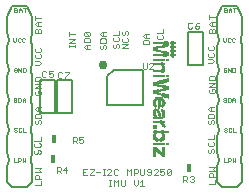
<source format=gto>
G75*
%MOIN*%
%OFA0B0*%
%FSLAX24Y24*%
%IPPOS*%
%LPD*%
%AMOC8*
5,1,8,0,0,1.08239X$1,22.5*
%
%ADD10C,0.0040*%
%ADD11C,0.0080*%
%ADD12C,0.0020*%
%ADD13R,0.0007X0.0042*%
%ADD14R,0.0007X0.0035*%
%ADD15R,0.0007X0.0028*%
%ADD16R,0.0007X0.0099*%
%ADD17R,0.0007X0.0106*%
%ADD18R,0.0007X0.0092*%
%ADD19R,0.0007X0.0120*%
%ADD20R,0.0007X0.0113*%
%ADD21R,0.0007X0.0085*%
%ADD22R,0.0007X0.0333*%
%ADD23R,0.0007X0.0099*%
%ADD24R,0.0007X0.0106*%
%ADD25R,0.0007X0.0092*%
%ADD26R,0.0007X0.0163*%
%ADD27R,0.0007X0.0149*%
%ADD28R,0.0007X0.0092*%
%ADD29R,0.0007X0.0127*%
%ADD30R,0.0007X0.0333*%
%ADD31R,0.0007X0.0099*%
%ADD32R,0.0007X0.0106*%
%ADD33R,0.0007X0.0092*%
%ADD34R,0.0007X0.0113*%
%ADD35R,0.0007X0.0191*%
%ADD36R,0.0007X0.0177*%
%ADD37R,0.0007X0.0092*%
%ADD38R,0.0007X0.0149*%
%ADD39R,0.0007X0.0333*%
%ADD40R,0.0007X0.0120*%
%ADD41R,0.0007X0.0212*%
%ADD42R,0.0007X0.0191*%
%ADD43R,0.0007X0.0092*%
%ADD44R,0.0007X0.0177*%
%ADD45R,0.0007X0.0120*%
%ADD46R,0.0007X0.0234*%
%ADD47R,0.0007X0.0205*%
%ADD48R,0.0007X0.0099*%
%ADD49R,0.0007X0.0120*%
%ADD50R,0.0007X0.0092*%
%ADD51R,0.0007X0.0113*%
%ADD52R,0.0007X0.0120*%
%ADD53R,0.0007X0.0255*%
%ADD54R,0.0007X0.0220*%
%ADD55R,0.0007X0.0092*%
%ADD56R,0.0007X0.0106*%
%ADD57R,0.0007X0.0198*%
%ADD58R,0.0007X0.0333*%
%ADD59R,0.0007X0.0135*%
%ADD60R,0.0007X0.0127*%
%ADD61R,0.0007X0.0269*%
%ADD62R,0.0007X0.0326*%
%ADD63R,0.0007X0.0212*%
%ADD64R,0.0007X0.0135*%
%ADD65R,0.0007X0.0127*%
%ADD66R,0.0007X0.0127*%
%ADD67R,0.0007X0.0283*%
%ADD68R,0.0007X0.0333*%
%ADD69R,0.0007X0.0227*%
%ADD70R,0.0007X0.0135*%
%ADD71R,0.0007X0.0127*%
%ADD72R,0.0007X0.0290*%
%ADD73R,0.0007X0.0333*%
%ADD74R,0.0007X0.0135*%
%ADD75R,0.0007X0.0297*%
%ADD76R,0.0007X0.0340*%
%ADD77R,0.0007X0.0149*%
%ADD78R,0.0007X0.0135*%
%ADD79R,0.0007X0.0142*%
%ADD80R,0.0007X0.0312*%
%ADD81R,0.0007X0.0156*%
%ADD82R,0.0007X0.0340*%
%ADD83R,0.0007X0.0142*%
%ADD84R,0.0007X0.0120*%
%ADD85R,0.0007X0.0142*%
%ADD86R,0.0007X0.0326*%
%ADD87R,0.0007X0.0149*%
%ADD88R,0.0007X0.0142*%
%ADD89R,0.0007X0.0106*%
%ADD90R,0.0007X0.0127*%
%ADD91R,0.0007X0.0135*%
%ADD92R,0.0007X0.0113*%
%ADD93R,0.0007X0.0163*%
%ADD94R,0.0007X0.0163*%
%ADD95R,0.0007X0.0156*%
%ADD96R,0.0007X0.0113*%
%ADD97R,0.0007X0.0120*%
%ADD98R,0.0007X0.0163*%
%ADD99R,0.0007X0.0163*%
%ADD100R,0.0007X0.0085*%
%ADD101R,0.0007X0.0170*%
%ADD102R,0.0007X0.0177*%
%ADD103R,0.0007X0.0085*%
%ADD104R,0.0007X0.0078*%
%ADD105R,0.0007X0.0177*%
%ADD106R,0.0007X0.0106*%
%ADD107R,0.0007X0.0113*%
%ADD108R,0.0007X0.0085*%
%ADD109R,0.0007X0.0177*%
%ADD110R,0.0007X0.0085*%
%ADD111R,0.0007X0.0177*%
%ADD112R,0.0007X0.0177*%
%ADD113R,0.0007X0.0099*%
%ADD114R,0.0007X0.0184*%
%ADD115R,0.0007X0.0099*%
%ADD116R,0.0007X0.0368*%
%ADD117R,0.0007X0.0191*%
%ADD118R,0.0007X0.0368*%
%ADD119R,0.0007X0.0163*%
%ADD120R,0.0007X0.0184*%
%ADD121R,0.0007X0.0368*%
%ADD122R,0.0007X0.0290*%
%ADD123R,0.0007X0.0113*%
%ADD124R,0.0007X0.0085*%
%ADD125R,0.0007X0.0368*%
%ADD126R,0.0007X0.0276*%
%ADD127R,0.0007X0.0361*%
%ADD128R,0.0007X0.0255*%
%ADD129R,0.0007X0.0085*%
%ADD130R,0.0007X0.0361*%
%ADD131R,0.0007X0.0220*%
%ADD132R,0.0007X0.0361*%
%ADD133R,0.0007X0.0099*%
%ADD134R,0.0007X0.0106*%
%ADD135R,0.0007X0.0106*%
%ADD136R,0.0007X0.0120*%
%ADD137R,0.0007X0.0219*%
%ADD138R,0.0007X0.0142*%
%ADD139R,0.0007X0.0219*%
%ADD140R,0.0007X0.0312*%
%ADD141R,0.0007X0.0219*%
%ADD142R,0.0007X0.0347*%
%ADD143R,0.0007X0.0312*%
%ADD144R,0.0007X0.0304*%
%ADD145R,0.0007X0.0340*%
%ADD146R,0.0007X0.0312*%
%ADD147R,0.0007X0.0234*%
%ADD148R,0.0007X0.0297*%
%ADD149R,0.0007X0.0219*%
%ADD150R,0.0007X0.0312*%
%ADD151R,0.0007X0.0227*%
%ADD152R,0.0007X0.0283*%
%ADD153R,0.0007X0.0290*%
%ADD154R,0.0007X0.0269*%
%ADD155R,0.0007X0.0205*%
%ADD156R,0.0007X0.0184*%
%ADD157R,0.0007X0.0255*%
%ADD158R,0.0007X0.0198*%
%ADD159R,0.0007X0.0191*%
%ADD160R,0.0007X0.0184*%
%ADD161R,0.0007X0.0241*%
%ADD162R,0.0007X0.0255*%
%ADD163R,0.0007X0.0191*%
%ADD164R,0.0007X0.0198*%
%ADD165R,0.0007X0.0184*%
%ADD166R,0.0007X0.0234*%
%ADD167R,0.0007X0.0212*%
%ADD168R,0.0007X0.0184*%
%ADD169R,0.0007X0.0170*%
%ADD170R,0.0007X0.0170*%
%ADD171R,0.0007X0.0156*%
%ADD172R,0.0007X0.0035*%
%ADD173R,0.0007X0.0170*%
%ADD174R,0.0007X0.0042*%
%ADD175R,0.0007X0.0064*%
%ADD176R,0.0007X0.0028*%
%ADD177R,0.0007X0.0035*%
%ADD178R,0.0007X0.0156*%
%ADD179R,0.0007X0.0177*%
%ADD180R,0.0007X0.0170*%
%ADD181R,0.0007X0.0028*%
%ADD182R,0.0007X0.0028*%
%ADD183R,0.0007X0.0057*%
%ADD184R,0.0007X0.0057*%
%ADD185R,0.0007X0.0042*%
%ADD186R,0.0007X0.0043*%
%ADD187R,0.0007X0.0050*%
%ADD188R,0.0007X0.0050*%
%ADD189R,0.0007X0.0043*%
%ADD190R,0.0007X0.0043*%
%ADD191R,0.0007X0.0035*%
%ADD192R,0.0007X0.0035*%
%ADD193R,0.0007X0.0078*%
%ADD194R,0.0007X0.0064*%
%ADD195C,0.0050*%
%ADD196C,0.0300*%
%ADD197R,0.0160X0.0280*%
D10*
X002224Y001693D02*
X002425Y001693D01*
X002425Y001826D01*
X002425Y001914D02*
X002224Y001914D01*
X002224Y002014D01*
X002258Y002047D01*
X002324Y002047D01*
X002358Y002014D01*
X002358Y001914D01*
X002425Y002135D02*
X002224Y002135D01*
X002224Y002268D02*
X002425Y002268D01*
X002358Y002201D01*
X002425Y002135D01*
X002962Y002166D02*
X003062Y002166D01*
X003095Y002199D01*
X003095Y002266D01*
X003062Y002299D01*
X002962Y002299D01*
X002962Y002099D01*
X003028Y002166D02*
X003095Y002099D01*
X003183Y002199D02*
X003316Y002199D01*
X003283Y002099D02*
X003283Y002299D01*
X003183Y002199D01*
X003836Y002243D02*
X003836Y002043D01*
X003969Y002043D01*
X004057Y002043D02*
X004057Y002077D01*
X004190Y002210D01*
X004190Y002243D01*
X004057Y002243D01*
X003969Y002243D02*
X003836Y002243D01*
X003836Y002143D02*
X003902Y002143D01*
X004057Y002043D02*
X004190Y002043D01*
X004278Y002143D02*
X004411Y002143D01*
X004499Y002043D02*
X004565Y002043D01*
X004532Y002043D02*
X004532Y002243D01*
X004499Y002243D02*
X004565Y002243D01*
X004646Y002210D02*
X004679Y002243D01*
X004746Y002243D01*
X004779Y002210D01*
X004779Y002177D01*
X004646Y002043D01*
X004779Y002043D01*
X004867Y002077D02*
X004900Y002043D01*
X004967Y002043D01*
X005000Y002077D01*
X005000Y002210D02*
X004967Y002243D01*
X004900Y002243D01*
X004867Y002210D01*
X004867Y002077D01*
X004867Y001883D02*
X004934Y001817D01*
X005000Y001883D01*
X005000Y001683D01*
X005088Y001717D02*
X005121Y001683D01*
X005188Y001683D01*
X005221Y001717D01*
X005221Y001883D01*
X005309Y002043D02*
X005309Y002243D01*
X005376Y002177D01*
X005442Y002243D01*
X005442Y002043D01*
X005530Y002043D02*
X005530Y002243D01*
X005630Y002243D01*
X005663Y002210D01*
X005663Y002143D01*
X005630Y002110D01*
X005530Y002110D01*
X005530Y001883D02*
X005530Y001750D01*
X005597Y001683D01*
X005663Y001750D01*
X005663Y001883D01*
X005751Y001817D02*
X005818Y001883D01*
X005818Y001683D01*
X005884Y001683D02*
X005751Y001683D01*
X005784Y002043D02*
X005851Y002043D01*
X005884Y002077D01*
X005884Y002243D01*
X005972Y002210D02*
X005972Y002177D01*
X006005Y002143D01*
X006105Y002143D01*
X006105Y002077D02*
X006105Y002210D01*
X006072Y002243D01*
X006005Y002243D01*
X005972Y002210D01*
X005972Y002077D02*
X006005Y002043D01*
X006072Y002043D01*
X006105Y002077D01*
X006193Y002043D02*
X006326Y002177D01*
X006326Y002210D01*
X006293Y002243D01*
X006226Y002243D01*
X006193Y002210D01*
X006193Y002043D02*
X006326Y002043D01*
X006414Y002077D02*
X006447Y002043D01*
X006514Y002043D01*
X006547Y002077D01*
X006547Y002143D01*
X006514Y002177D01*
X006481Y002177D01*
X006414Y002143D01*
X006414Y002243D01*
X006547Y002243D01*
X006635Y002210D02*
X006635Y002077D01*
X006768Y002210D01*
X006768Y002077D01*
X006735Y002043D01*
X006668Y002043D01*
X006635Y002077D01*
X006635Y002210D02*
X006668Y002243D01*
X006735Y002243D01*
X006768Y002210D01*
X007185Y002005D02*
X007185Y001805D01*
X007185Y001872D02*
X007285Y001872D01*
X007318Y001905D01*
X007318Y001972D01*
X007285Y002005D01*
X007185Y002005D01*
X007251Y001872D02*
X007318Y001805D01*
X007406Y001838D02*
X007439Y001805D01*
X007506Y001805D01*
X007539Y001838D01*
X007539Y001872D01*
X007506Y001905D01*
X007472Y001905D01*
X007506Y001905D02*
X007539Y001939D01*
X007539Y001972D01*
X007506Y002005D01*
X007439Y002005D01*
X007406Y001972D01*
X008024Y001969D02*
X008024Y002069D01*
X008057Y002102D01*
X008124Y002102D01*
X008157Y002069D01*
X008157Y001969D01*
X008224Y001969D02*
X008024Y001969D01*
X008224Y001881D02*
X008224Y001748D01*
X008024Y001748D01*
X008024Y002190D02*
X008224Y002190D01*
X008157Y002256D01*
X008224Y002323D01*
X008024Y002323D01*
X008053Y002787D02*
X008086Y002787D01*
X008120Y002820D01*
X008120Y002887D01*
X008153Y002921D01*
X008186Y002921D01*
X008220Y002887D01*
X008220Y002820D01*
X008186Y002787D01*
X008053Y002787D02*
X008020Y002820D01*
X008020Y002887D01*
X008053Y002921D01*
X008053Y003008D02*
X008186Y003008D01*
X008220Y003041D01*
X008220Y003108D01*
X008186Y003142D01*
X008220Y003229D02*
X008020Y003229D01*
X008053Y003142D02*
X008020Y003108D01*
X008020Y003041D01*
X008053Y003008D01*
X008220Y003229D02*
X008220Y003363D01*
X008171Y003736D02*
X008204Y003769D01*
X008204Y003836D01*
X008171Y003869D01*
X008137Y003869D01*
X008104Y003836D01*
X008104Y003769D01*
X008071Y003736D01*
X008037Y003736D01*
X008004Y003769D01*
X008004Y003836D01*
X008037Y003869D01*
X008004Y003957D02*
X008004Y004057D01*
X008037Y004090D01*
X008171Y004090D01*
X008204Y004057D01*
X008204Y003957D01*
X008004Y003957D01*
X008071Y004178D02*
X008004Y004245D01*
X008071Y004311D01*
X008204Y004311D01*
X008104Y004311D02*
X008104Y004178D01*
X008071Y004178D02*
X008204Y004178D01*
X008190Y004763D02*
X008057Y004763D01*
X008024Y004797D01*
X008024Y004864D01*
X008057Y004897D01*
X008124Y004897D02*
X008124Y004830D01*
X008124Y004897D02*
X008190Y004897D01*
X008224Y004864D01*
X008224Y004797D01*
X008190Y004763D01*
X008224Y004984D02*
X008024Y004984D01*
X008224Y005118D01*
X008024Y005118D01*
X008024Y005205D02*
X008024Y005306D01*
X008057Y005339D01*
X008190Y005339D01*
X008224Y005306D01*
X008224Y005205D01*
X008024Y005205D01*
X008008Y005763D02*
X008141Y005763D01*
X008208Y005830D01*
X008141Y005897D01*
X008008Y005897D01*
X008041Y005984D02*
X008175Y005984D01*
X008208Y006018D01*
X008208Y006085D01*
X008175Y006118D01*
X008175Y006205D02*
X008041Y006205D01*
X008008Y006239D01*
X008008Y006306D01*
X008041Y006339D01*
X008175Y006339D02*
X008208Y006306D01*
X008208Y006239D01*
X008175Y006205D01*
X008041Y006118D02*
X008008Y006085D01*
X008008Y006018D01*
X008041Y005984D01*
X008031Y006783D02*
X008031Y006883D01*
X008065Y006917D01*
X008098Y006917D01*
X008132Y006883D01*
X008132Y006783D01*
X008232Y006783D02*
X008232Y006883D01*
X008198Y006917D01*
X008165Y006917D01*
X008132Y006883D01*
X008132Y007004D02*
X008132Y007138D01*
X008098Y007138D02*
X008232Y007138D01*
X008098Y007138D02*
X008031Y007071D01*
X008098Y007004D01*
X008232Y007004D01*
X008232Y006783D02*
X008031Y006783D01*
X007706Y006958D02*
X007673Y006924D01*
X007606Y006924D01*
X007573Y006958D01*
X007573Y007024D01*
X007673Y007024D01*
X007706Y006991D01*
X007706Y006958D01*
X007640Y007091D02*
X007573Y007024D01*
X007640Y007091D02*
X007706Y007124D01*
X007485Y007091D02*
X007452Y007124D01*
X007385Y007124D01*
X007352Y007091D01*
X007352Y006958D01*
X007385Y006924D01*
X007452Y006924D01*
X007485Y006958D01*
X008031Y007225D02*
X008031Y007359D01*
X008031Y007292D02*
X008232Y007292D01*
X006520Y006916D02*
X006520Y006783D01*
X006320Y006783D01*
X006353Y006695D02*
X006320Y006662D01*
X006320Y006595D01*
X006353Y006562D01*
X006487Y006562D01*
X006520Y006595D01*
X006520Y006662D01*
X006487Y006695D01*
X006044Y006752D02*
X005910Y006752D01*
X005844Y006685D01*
X005910Y006618D01*
X006044Y006618D01*
X006010Y006531D02*
X005877Y006531D01*
X005844Y006497D01*
X005844Y006397D01*
X006044Y006397D01*
X006044Y006497D01*
X006010Y006531D01*
X005944Y006618D02*
X005944Y006752D01*
X005345Y006738D02*
X005312Y006705D01*
X005345Y006738D02*
X005345Y006805D01*
X005312Y006838D01*
X005279Y006838D01*
X005245Y006805D01*
X005245Y006738D01*
X005212Y006705D01*
X005179Y006705D01*
X005145Y006738D01*
X005145Y006805D01*
X005179Y006838D01*
X005038Y006846D02*
X005038Y006712D01*
X004837Y006712D01*
X004871Y006625D02*
X004837Y006591D01*
X004837Y006525D01*
X004871Y006491D01*
X005004Y006491D01*
X005038Y006525D01*
X005038Y006591D01*
X005004Y006625D01*
X005145Y006584D02*
X005145Y006517D01*
X005179Y006484D01*
X005312Y006484D01*
X005345Y006517D01*
X005345Y006584D01*
X005312Y006617D01*
X005179Y006617D02*
X005145Y006584D01*
X005145Y006396D02*
X005345Y006396D01*
X005145Y006263D01*
X005345Y006263D01*
X005038Y006304D02*
X005004Y006270D01*
X005038Y006304D02*
X005038Y006370D01*
X005004Y006404D01*
X004971Y006404D01*
X004937Y006370D01*
X004937Y006304D01*
X004904Y006270D01*
X004871Y006270D01*
X004837Y006304D01*
X004837Y006370D01*
X004871Y006404D01*
X004590Y006457D02*
X004590Y006557D01*
X004557Y006591D01*
X004424Y006591D01*
X004390Y006557D01*
X004390Y006457D01*
X004590Y006457D01*
X004557Y006370D02*
X004590Y006336D01*
X004590Y006270D01*
X004557Y006236D01*
X004490Y006270D02*
X004490Y006336D01*
X004524Y006370D01*
X004557Y006370D01*
X004490Y006270D02*
X004457Y006236D01*
X004424Y006236D01*
X004390Y006270D01*
X004390Y006336D01*
X004424Y006370D01*
X004072Y006381D02*
X003939Y006381D01*
X003872Y006314D01*
X003939Y006247D01*
X004072Y006247D01*
X003972Y006247D02*
X003972Y006381D01*
X003872Y006468D02*
X003872Y006568D01*
X003905Y006602D01*
X004039Y006602D01*
X004072Y006568D01*
X004072Y006468D01*
X003872Y006468D01*
X003905Y006689D02*
X003872Y006723D01*
X003872Y006789D01*
X003905Y006823D01*
X004039Y006689D01*
X004072Y006723D01*
X004072Y006789D01*
X004039Y006823D01*
X003905Y006823D01*
X003905Y006689D02*
X004039Y006689D01*
X004390Y006745D02*
X004457Y006812D01*
X004590Y006812D01*
X004490Y006812D02*
X004490Y006678D01*
X004457Y006678D02*
X004390Y006745D01*
X004457Y006678D02*
X004590Y006678D01*
X003586Y006743D02*
X003386Y006743D01*
X003386Y006676D02*
X003386Y006810D01*
X003386Y006589D02*
X003586Y006589D01*
X003386Y006456D01*
X003586Y006456D01*
X003586Y006375D02*
X003586Y006308D01*
X003586Y006342D02*
X003386Y006342D01*
X003386Y006375D02*
X003386Y006308D01*
X003361Y005483D02*
X003228Y005483D01*
X003140Y005450D02*
X003107Y005483D01*
X003040Y005483D01*
X003007Y005450D01*
X003007Y005317D01*
X003040Y005283D01*
X003107Y005283D01*
X003140Y005317D01*
X003228Y005317D02*
X003228Y005283D01*
X003228Y005317D02*
X003361Y005450D01*
X003361Y005483D01*
X002822Y005508D02*
X002688Y005508D01*
X002688Y005408D01*
X002755Y005441D01*
X002788Y005441D01*
X002822Y005408D01*
X002822Y005341D01*
X002788Y005308D01*
X002722Y005308D01*
X002688Y005341D01*
X002601Y005341D02*
X002567Y005308D01*
X002501Y005308D01*
X002467Y005341D01*
X002467Y005474D01*
X002501Y005508D01*
X002567Y005508D01*
X002601Y005474D01*
X002403Y005292D02*
X002270Y005292D01*
X002236Y005258D01*
X002236Y005158D01*
X002436Y005158D01*
X002436Y005258D01*
X002403Y005292D01*
X002436Y005071D02*
X002236Y005071D01*
X002236Y004937D02*
X002436Y005071D01*
X002436Y004937D02*
X002236Y004937D01*
X002270Y004850D02*
X002236Y004816D01*
X002236Y004750D01*
X002270Y004716D01*
X002403Y004716D01*
X002436Y004750D01*
X002436Y004816D01*
X002403Y004850D01*
X002336Y004850D01*
X002336Y004783D01*
X002328Y004303D02*
X002328Y004170D01*
X002295Y004170D02*
X002228Y004237D01*
X002295Y004303D01*
X002429Y004303D01*
X002429Y004170D02*
X002295Y004170D01*
X002262Y004082D02*
X002228Y004049D01*
X002228Y003949D01*
X002429Y003949D01*
X002429Y004049D01*
X002395Y004082D01*
X002262Y004082D01*
X002262Y003861D02*
X002228Y003828D01*
X002228Y003761D01*
X002262Y003728D01*
X002295Y003728D01*
X002328Y003761D01*
X002328Y003828D01*
X002362Y003861D01*
X002395Y003861D01*
X002429Y003828D01*
X002429Y003761D01*
X002395Y003728D01*
X002421Y003323D02*
X002421Y003190D01*
X002220Y003190D01*
X002254Y003102D02*
X002220Y003069D01*
X002220Y003002D01*
X002254Y002969D01*
X002387Y002969D01*
X002421Y003002D01*
X002421Y003069D01*
X002387Y003102D01*
X002387Y002881D02*
X002421Y002848D01*
X002421Y002781D01*
X002387Y002748D01*
X002321Y002781D02*
X002321Y002848D01*
X002354Y002881D01*
X002387Y002881D01*
X002321Y002781D02*
X002287Y002748D01*
X002254Y002748D01*
X002220Y002781D01*
X002220Y002848D01*
X002254Y002881D01*
X003495Y003096D02*
X003495Y003296D01*
X003595Y003296D01*
X003628Y003263D01*
X003628Y003196D01*
X003595Y003163D01*
X003495Y003163D01*
X003562Y003163D02*
X003628Y003096D01*
X003716Y003129D02*
X003749Y003096D01*
X003816Y003096D01*
X003849Y003129D01*
X003849Y003196D01*
X003816Y003229D01*
X003783Y003229D01*
X003716Y003196D01*
X003716Y003296D01*
X003849Y003296D01*
X004720Y001883D02*
X004786Y001883D01*
X004753Y001883D02*
X004753Y001683D01*
X004720Y001683D02*
X004786Y001683D01*
X004867Y001683D02*
X004867Y001883D01*
X005088Y001883D02*
X005088Y001717D01*
X005751Y002077D02*
X005784Y002043D01*
X005751Y002077D02*
X005751Y002243D01*
X005859Y005573D02*
X005826Y005606D01*
X005826Y005773D01*
X005959Y005773D02*
X005959Y005606D01*
X005926Y005573D01*
X005859Y005573D01*
X006047Y005573D02*
X006180Y005706D01*
X006180Y005740D01*
X006147Y005773D01*
X006080Y005773D01*
X006047Y005740D01*
X006047Y005573D02*
X006180Y005573D01*
X002440Y005775D02*
X002374Y005708D01*
X002240Y005708D01*
X002374Y005842D02*
X002440Y005775D01*
X002374Y005842D02*
X002240Y005842D01*
X002274Y005929D02*
X002407Y005929D01*
X002440Y005963D01*
X002440Y006029D01*
X002407Y006063D01*
X002407Y006150D02*
X002274Y006150D01*
X002240Y006184D01*
X002240Y006250D01*
X002274Y006284D01*
X002407Y006284D02*
X002440Y006250D01*
X002440Y006184D01*
X002407Y006150D01*
X002274Y006063D02*
X002240Y006029D01*
X002240Y005963D01*
X002274Y005929D01*
X002244Y006777D02*
X002244Y006877D01*
X002277Y006911D01*
X002311Y006911D01*
X002344Y006877D01*
X002344Y006777D01*
X002444Y006777D02*
X002244Y006777D01*
X002344Y006877D02*
X002378Y006911D01*
X002411Y006911D01*
X002444Y006877D01*
X002444Y006777D01*
X002444Y006998D02*
X002311Y006998D01*
X002244Y007065D01*
X002311Y007132D01*
X002444Y007132D01*
X002344Y007132D02*
X002344Y006998D01*
X002244Y007219D02*
X002244Y007353D01*
X002244Y007286D02*
X002444Y007286D01*
D11*
X001309Y001805D02*
X001480Y001634D01*
X001980Y001634D01*
X002151Y001805D01*
X002151Y002305D01*
X002098Y002555D01*
X002151Y002805D01*
X002151Y003305D01*
X002098Y003555D01*
X002151Y003805D01*
X002151Y004305D01*
X002098Y004555D01*
X002151Y004805D01*
X002151Y005305D01*
X002098Y005555D01*
X002151Y005805D01*
X002151Y006305D01*
X002098Y006555D01*
X002151Y006805D01*
X002151Y007305D01*
X001980Y007673D01*
X001480Y007673D01*
X001309Y007305D01*
X001309Y006805D01*
X001362Y006555D01*
X001309Y006305D01*
X001309Y005805D01*
X001362Y005555D01*
X001309Y005305D01*
X001309Y004805D01*
X001362Y004555D01*
X001309Y004305D01*
X001309Y003805D01*
X001362Y003555D01*
X001309Y003305D01*
X001309Y002805D01*
X001362Y002555D01*
X001309Y002305D01*
X001309Y001805D01*
X008309Y001805D02*
X008480Y001634D01*
X008980Y001634D01*
X009151Y001805D01*
X009151Y002305D01*
X009098Y002555D01*
X009151Y002805D01*
X009151Y003305D01*
X009098Y003555D01*
X009151Y003805D01*
X009151Y004305D01*
X009098Y004555D01*
X009151Y004805D01*
X009151Y005305D01*
X009098Y005555D01*
X009151Y005805D01*
X009151Y006305D01*
X009098Y006555D01*
X009151Y006805D01*
X009151Y007305D01*
X008980Y007673D01*
X008480Y007673D01*
X008309Y007305D01*
X008309Y006805D01*
X008362Y006555D01*
X008309Y006305D01*
X008309Y005805D01*
X008362Y005555D01*
X008309Y005305D01*
X008309Y004805D01*
X008362Y004555D01*
X008309Y004305D01*
X008309Y003805D01*
X008362Y003555D01*
X008309Y003305D01*
X008309Y002805D01*
X008362Y002555D01*
X008309Y002305D01*
X008309Y001805D01*
D12*
X008531Y002473D02*
X008624Y002473D01*
X008678Y002473D02*
X008678Y002614D01*
X008748Y002614D01*
X008772Y002590D01*
X008772Y002544D01*
X008748Y002520D01*
X008678Y002520D01*
X008531Y002473D02*
X008531Y002614D01*
X008826Y002614D02*
X008826Y002473D01*
X008872Y002520D01*
X008919Y002473D01*
X008919Y002614D01*
X008931Y003470D02*
X008837Y003470D01*
X008837Y003610D01*
X008783Y003586D02*
X008760Y003610D01*
X008713Y003610D01*
X008690Y003586D01*
X008690Y003493D01*
X008713Y003470D01*
X008760Y003470D01*
X008783Y003493D01*
X008636Y003493D02*
X008613Y003470D01*
X008566Y003470D01*
X008543Y003493D01*
X008566Y003540D02*
X008613Y003540D01*
X008636Y003516D01*
X008636Y003493D01*
X008566Y003540D02*
X008543Y003563D01*
X008543Y003586D01*
X008566Y003610D01*
X008613Y003610D01*
X008636Y003586D01*
X008666Y004473D02*
X008736Y004473D01*
X008760Y004497D01*
X008760Y004590D01*
X008736Y004614D01*
X008666Y004614D01*
X008666Y004473D01*
X008613Y004497D02*
X008613Y004520D01*
X008589Y004544D01*
X008542Y004544D01*
X008519Y004567D01*
X008519Y004590D01*
X008542Y004614D01*
X008589Y004614D01*
X008613Y004590D01*
X008613Y004497D02*
X008589Y004473D01*
X008542Y004473D01*
X008519Y004497D01*
X008814Y004473D02*
X008814Y004567D01*
X008860Y004614D01*
X008907Y004567D01*
X008907Y004473D01*
X008907Y004544D02*
X008814Y004544D01*
X008818Y005477D02*
X008888Y005477D01*
X008911Y005501D01*
X008911Y005594D01*
X008888Y005618D01*
X008818Y005618D01*
X008818Y005477D01*
X008764Y005477D02*
X008764Y005618D01*
X008670Y005618D02*
X008670Y005477D01*
X008616Y005501D02*
X008616Y005547D01*
X008570Y005547D01*
X008616Y005501D02*
X008593Y005477D01*
X008546Y005477D01*
X008523Y005501D01*
X008523Y005594D01*
X008546Y005618D01*
X008593Y005618D01*
X008616Y005594D01*
X008670Y005618D02*
X008764Y005477D01*
X008733Y006473D02*
X008686Y006473D01*
X008662Y006497D01*
X008662Y006590D01*
X008686Y006614D01*
X008733Y006614D01*
X008756Y006590D01*
X008810Y006590D02*
X008810Y006497D01*
X008833Y006473D01*
X008880Y006473D01*
X008903Y006497D01*
X008903Y006590D02*
X008880Y006614D01*
X008833Y006614D01*
X008810Y006590D01*
X008756Y006497D02*
X008733Y006473D01*
X008609Y006520D02*
X008609Y006614D01*
X008609Y006520D02*
X008562Y006473D01*
X008515Y006520D01*
X008515Y006614D01*
X008543Y007458D02*
X008613Y007458D01*
X008636Y007481D01*
X008636Y007504D01*
X008613Y007528D01*
X008543Y007528D01*
X008613Y007528D02*
X008636Y007551D01*
X008636Y007574D01*
X008613Y007598D01*
X008543Y007598D01*
X008543Y007458D01*
X008690Y007458D02*
X008690Y007551D01*
X008737Y007598D01*
X008783Y007551D01*
X008783Y007458D01*
X008783Y007528D02*
X008690Y007528D01*
X008837Y007598D02*
X008931Y007598D01*
X008884Y007598D02*
X008884Y007458D01*
X001937Y007598D02*
X001843Y007598D01*
X001890Y007598D02*
X001890Y007458D01*
X001789Y007458D02*
X001789Y007551D01*
X001743Y007598D01*
X001696Y007551D01*
X001696Y007458D01*
X001642Y007481D02*
X001619Y007458D01*
X001549Y007458D01*
X001549Y007598D01*
X001619Y007598D01*
X001642Y007574D01*
X001642Y007551D01*
X001619Y007528D01*
X001549Y007528D01*
X001619Y007528D02*
X001642Y007504D01*
X001642Y007481D01*
X001696Y007528D02*
X001789Y007528D01*
X001837Y006614D02*
X001814Y006590D01*
X001814Y006497D01*
X001837Y006473D01*
X001884Y006473D01*
X001907Y006497D01*
X001907Y006590D02*
X001884Y006614D01*
X001837Y006614D01*
X001760Y006590D02*
X001736Y006614D01*
X001690Y006614D01*
X001666Y006590D01*
X001666Y006497D01*
X001690Y006473D01*
X001736Y006473D01*
X001760Y006497D01*
X001613Y006520D02*
X001613Y006614D01*
X001613Y006520D02*
X001566Y006473D01*
X001519Y006520D01*
X001519Y006614D01*
X001562Y005610D02*
X001539Y005586D01*
X001539Y005493D01*
X001562Y005470D01*
X001609Y005470D01*
X001632Y005493D01*
X001632Y005540D01*
X001585Y005540D01*
X001632Y005586D02*
X001609Y005610D01*
X001562Y005610D01*
X001686Y005610D02*
X001686Y005470D01*
X001780Y005470D02*
X001686Y005610D01*
X001780Y005610D02*
X001780Y005470D01*
X001833Y005470D02*
X001833Y005610D01*
X001903Y005610D01*
X001927Y005586D01*
X001927Y005493D01*
X001903Y005470D01*
X001833Y005470D01*
X001868Y004614D02*
X001915Y004567D01*
X001915Y004473D01*
X001915Y004544D02*
X001822Y004544D01*
X001822Y004567D02*
X001868Y004614D01*
X001822Y004567D02*
X001822Y004473D01*
X001768Y004497D02*
X001768Y004590D01*
X001744Y004614D01*
X001674Y004614D01*
X001674Y004473D01*
X001744Y004473D01*
X001768Y004497D01*
X001620Y004497D02*
X001620Y004520D01*
X001597Y004544D01*
X001550Y004544D01*
X001527Y004567D01*
X001527Y004590D01*
X001550Y004614D01*
X001597Y004614D01*
X001620Y004590D01*
X001620Y004497D02*
X001597Y004473D01*
X001550Y004473D01*
X001527Y004497D01*
X001566Y003618D02*
X001543Y003594D01*
X001543Y003571D01*
X001566Y003547D01*
X001613Y003547D01*
X001636Y003524D01*
X001636Y003501D01*
X001613Y003477D01*
X001566Y003477D01*
X001543Y003501D01*
X001566Y003618D02*
X001613Y003618D01*
X001636Y003594D01*
X001690Y003594D02*
X001690Y003501D01*
X001713Y003477D01*
X001760Y003477D01*
X001783Y003501D01*
X001837Y003477D02*
X001837Y003618D01*
X001783Y003594D02*
X001760Y003618D01*
X001713Y003618D01*
X001690Y003594D01*
X001837Y003477D02*
X001931Y003477D01*
X001919Y002610D02*
X001919Y002470D01*
X001872Y002516D01*
X001826Y002470D01*
X001826Y002610D01*
X001772Y002586D02*
X001772Y002540D01*
X001748Y002516D01*
X001678Y002516D01*
X001678Y002470D02*
X001678Y002610D01*
X001748Y002610D01*
X001772Y002586D01*
X001624Y002470D02*
X001531Y002470D01*
X001531Y002610D01*
D13*
X006188Y004450D03*
X006839Y005987D03*
X006882Y006001D03*
X006839Y006072D03*
X006832Y006072D03*
X006839Y006121D03*
X006882Y006136D03*
X006839Y006206D03*
X006832Y006206D03*
X006839Y006256D03*
X006882Y006270D03*
X006783Y006298D03*
X006783Y006433D03*
X006832Y006475D03*
X006839Y006475D03*
X006882Y006405D03*
X006783Y006164D03*
X006783Y006029D03*
D14*
X006931Y006436D03*
X006188Y004121D03*
D15*
X006592Y003650D03*
X006188Y003324D03*
D16*
X006195Y003324D03*
X006344Y003211D03*
X006358Y003211D03*
X006393Y003211D03*
X006407Y003211D03*
X006457Y003218D03*
X006457Y003069D03*
X006443Y003069D03*
X006407Y003069D03*
X006393Y003069D03*
X006358Y003069D03*
X006344Y003069D03*
X006308Y003069D03*
X006294Y003069D03*
X006266Y003069D03*
X006245Y003069D03*
X006216Y003069D03*
X006195Y003069D03*
X006485Y003069D03*
X006507Y003069D03*
X006535Y003069D03*
X006556Y003069D03*
X006634Y003069D03*
X006662Y003069D03*
X006684Y003069D03*
X006712Y003069D03*
X006443Y003480D03*
X006407Y003806D03*
X006393Y003806D03*
X006358Y003806D03*
X006344Y003806D03*
X006308Y003806D03*
X006294Y003806D03*
X006266Y003806D03*
X006245Y003806D03*
X006216Y003806D03*
X006195Y003806D03*
X006344Y003955D03*
X006358Y003955D03*
X006457Y003955D03*
X006485Y003955D03*
X006485Y004181D03*
X006344Y004188D03*
X006308Y004330D03*
X006294Y004337D03*
X006443Y004330D03*
X006485Y004344D03*
X006457Y004585D03*
X006443Y004585D03*
X006308Y004578D03*
X006393Y004741D03*
X006407Y004734D03*
X006443Y004726D03*
X006457Y004719D03*
X006485Y004712D03*
X006443Y004861D03*
X006507Y004875D03*
X006393Y005123D03*
X006195Y005066D03*
X006195Y004797D03*
X006195Y005491D03*
X006216Y005491D03*
X006245Y005491D03*
X006266Y005491D03*
X006294Y005491D03*
X006308Y005491D03*
X006344Y005491D03*
X006358Y005491D03*
X006393Y005491D03*
X006407Y005491D03*
X006443Y005491D03*
X006457Y005491D03*
X006457Y005739D03*
X006443Y005739D03*
X006443Y005888D03*
X006457Y005888D03*
X006485Y005888D03*
X006507Y005888D03*
X006535Y005888D03*
X006556Y005888D03*
X006634Y005888D03*
X006662Y005888D03*
X006684Y005888D03*
X006712Y005888D03*
X006535Y006036D03*
X006507Y006036D03*
X006485Y006036D03*
X006457Y006036D03*
X006443Y006036D03*
X006407Y006036D03*
X006393Y006036D03*
X006358Y006036D03*
X006344Y006036D03*
X006308Y006036D03*
X006294Y006036D03*
X006266Y006036D03*
X006245Y006036D03*
X006216Y006036D03*
X006195Y006036D03*
X006195Y005888D03*
X006216Y005888D03*
X006245Y005888D03*
X006266Y005888D03*
X006294Y005888D03*
X006308Y005888D03*
X006344Y005888D03*
X006358Y005888D03*
X006393Y005888D03*
X006407Y005888D03*
X006407Y006440D03*
X006393Y006440D03*
X006358Y006440D03*
X006344Y006440D03*
X006308Y006440D03*
X006294Y006440D03*
X006266Y006440D03*
X006245Y006440D03*
X006216Y006440D03*
X006195Y006440D03*
X006443Y006440D03*
X006457Y006440D03*
X006485Y006440D03*
X006507Y006440D03*
X006535Y006440D03*
D17*
X006195Y006238D03*
X006485Y005502D03*
X006556Y005169D03*
X006535Y005162D03*
X006507Y005155D03*
X006485Y005148D03*
X006457Y005141D03*
X006407Y005126D03*
X006584Y005176D03*
X006507Y004709D03*
X006535Y004702D03*
X006556Y004695D03*
X006634Y004673D03*
X006662Y004666D03*
X006684Y004659D03*
X006712Y004652D03*
X006485Y004574D03*
X006294Y004574D03*
X006308Y003958D03*
X006443Y003958D03*
X006556Y003689D03*
X006457Y003477D03*
X006308Y003477D03*
X006294Y003625D03*
X006266Y003625D03*
X006245Y003625D03*
X006216Y003625D03*
X006195Y003625D03*
X006308Y003222D03*
D18*
X006344Y003484D03*
X006358Y003484D03*
X006393Y003484D03*
X006407Y003484D03*
X006535Y003484D03*
X006556Y003484D03*
X006584Y003484D03*
X006634Y003484D03*
X006662Y003484D03*
X006684Y003484D03*
X006712Y003484D03*
X006556Y003809D03*
X006535Y003809D03*
X006245Y003484D03*
X006216Y003484D03*
X006195Y003484D03*
X006457Y004192D03*
X006457Y004333D03*
X006344Y004588D03*
X006393Y004850D03*
X006407Y004850D03*
X006457Y004864D03*
X006485Y004872D03*
X006485Y004992D03*
X006457Y004999D03*
X006393Y005013D03*
X006393Y005346D03*
X006407Y005346D03*
X006443Y005346D03*
X006457Y005346D03*
X006485Y005346D03*
X006507Y005346D03*
X006535Y005346D03*
X006556Y005346D03*
X006634Y005346D03*
X006662Y005346D03*
X006684Y005346D03*
X006712Y005346D03*
X006358Y005346D03*
X006344Y005346D03*
X006308Y005346D03*
X006294Y005346D03*
X006266Y005346D03*
X006245Y005346D03*
X006216Y005346D03*
X006195Y005346D03*
X006195Y005743D03*
X006216Y005743D03*
X006245Y005743D03*
X006266Y005743D03*
X006294Y005743D03*
X006308Y005743D03*
X006344Y005743D03*
X006358Y005743D03*
X006393Y005743D03*
X006407Y005743D03*
X006535Y005743D03*
X006556Y005743D03*
X006811Y006033D03*
X006811Y006302D03*
X006811Y006436D03*
X006535Y006337D03*
X006507Y006330D03*
X006485Y006323D03*
X006407Y006302D03*
X006393Y006302D03*
X006344Y006288D03*
X006393Y006174D03*
X006507Y006146D03*
X006535Y006139D03*
D19*
X006507Y004553D03*
X006584Y004454D03*
X006195Y004454D03*
X006535Y003696D03*
X006485Y003470D03*
X006294Y003470D03*
X006443Y002769D03*
D20*
X006407Y002800D03*
X006344Y002857D03*
X006294Y002900D03*
X006294Y003232D03*
X006485Y003232D03*
X006294Y003962D03*
X006195Y004125D03*
X006266Y004188D03*
X006358Y004174D03*
X006507Y004167D03*
X006216Y004797D03*
X006216Y005066D03*
X006662Y005194D03*
X006684Y005201D03*
X006712Y005208D03*
X006485Y005732D03*
D21*
X006443Y006164D03*
X006407Y006171D03*
X006443Y006313D03*
X006195Y003948D03*
D22*
X006195Y002818D03*
X006216Y002818D03*
X006245Y002818D03*
X006266Y002818D03*
D23*
X006252Y003069D03*
X006301Y003069D03*
X006351Y003069D03*
X006400Y003069D03*
X006450Y003069D03*
X006499Y003069D03*
X006549Y003069D03*
X006669Y003069D03*
X006719Y003069D03*
X006450Y003218D03*
X006400Y003211D03*
X006351Y003211D03*
X006202Y003069D03*
X006450Y003480D03*
X006400Y003806D03*
X006351Y003806D03*
X006301Y003806D03*
X006252Y003806D03*
X006202Y003806D03*
X006351Y003955D03*
X006450Y003955D03*
X006499Y004174D03*
X006450Y004330D03*
X006301Y004337D03*
X006301Y004578D03*
X006450Y004585D03*
X006499Y004712D03*
X006450Y004726D03*
X006549Y004698D03*
X006202Y004797D03*
X006202Y005066D03*
X006400Y005123D03*
X006450Y005137D03*
X006499Y005151D03*
X006450Y005491D03*
X006400Y005491D03*
X006351Y005491D03*
X006301Y005491D03*
X006252Y005491D03*
X006202Y005491D03*
X006450Y005739D03*
X006450Y005888D03*
X006499Y005888D03*
X006549Y005888D03*
X006669Y005888D03*
X006719Y005888D03*
X006499Y006036D03*
X006450Y006036D03*
X006400Y006036D03*
X006351Y006036D03*
X006301Y006036D03*
X006252Y006036D03*
X006202Y006036D03*
X006202Y005888D03*
X006252Y005888D03*
X006301Y005888D03*
X006351Y005888D03*
X006400Y005888D03*
X006400Y006440D03*
X006351Y006440D03*
X006301Y006440D03*
X006252Y006440D03*
X006202Y006440D03*
X006450Y006440D03*
X006499Y006440D03*
D24*
X006202Y006238D03*
X006549Y005162D03*
X006669Y005197D03*
X006669Y004666D03*
X006499Y004355D03*
X006351Y004185D03*
X006301Y003958D03*
X006499Y003965D03*
X006252Y003625D03*
X006202Y003625D03*
X006301Y003229D03*
D25*
X006351Y003484D03*
X006400Y003484D03*
X006549Y003484D03*
X006669Y003484D03*
X006719Y003484D03*
X006549Y003809D03*
X006202Y003484D03*
X006400Y004850D03*
X006450Y004864D03*
X006499Y004872D03*
X006450Y004999D03*
X006450Y005346D03*
X006499Y005346D03*
X006549Y005346D03*
X006669Y005346D03*
X006719Y005346D03*
X006400Y005346D03*
X006351Y005346D03*
X006301Y005346D03*
X006252Y005346D03*
X006202Y005346D03*
X006202Y005743D03*
X006252Y005743D03*
X006301Y005743D03*
X006351Y005743D03*
X006400Y005743D03*
X006549Y005743D03*
X006499Y006146D03*
X006450Y006160D03*
X006400Y006302D03*
X006351Y006288D03*
X006499Y006330D03*
D26*
X006669Y006068D03*
X006202Y004454D03*
D27*
X006202Y004121D03*
D28*
X006301Y004199D03*
X006202Y003951D03*
X006400Y004737D03*
X006450Y006316D03*
D29*
X006669Y004932D03*
X006252Y004797D03*
X006202Y003324D03*
D30*
X006252Y003363D03*
X006252Y002818D03*
X006202Y002818D03*
D31*
X006209Y003069D03*
X006223Y003069D03*
X006237Y003069D03*
X006259Y003069D03*
X006273Y003069D03*
X006287Y003069D03*
X006315Y003069D03*
X006322Y003069D03*
X006337Y003069D03*
X006365Y003069D03*
X006379Y003069D03*
X006386Y003069D03*
X006414Y003069D03*
X006429Y003069D03*
X006436Y003069D03*
X006464Y003069D03*
X006478Y003069D03*
X006492Y003069D03*
X006514Y003069D03*
X006528Y003069D03*
X006542Y003069D03*
X006563Y003069D03*
X006577Y003069D03*
X006627Y003069D03*
X006641Y003069D03*
X006655Y003069D03*
X006676Y003069D03*
X006691Y003069D03*
X006705Y003069D03*
X006436Y003211D03*
X006429Y003211D03*
X006414Y003211D03*
X006386Y003211D03*
X006379Y003211D03*
X006365Y003211D03*
X006322Y003218D03*
X006322Y003480D03*
X006337Y003480D03*
X006436Y003480D03*
X006563Y003686D03*
X006436Y003806D03*
X006429Y003806D03*
X006414Y003806D03*
X006386Y003806D03*
X006379Y003806D03*
X006365Y003806D03*
X006337Y003806D03*
X006322Y003806D03*
X006315Y003806D03*
X006287Y003806D03*
X006273Y003806D03*
X006259Y003806D03*
X006237Y003806D03*
X006223Y003806D03*
X006209Y003806D03*
X006315Y003955D03*
X006322Y003955D03*
X006337Y003955D03*
X006365Y003955D03*
X006464Y003955D03*
X006478Y003955D03*
X006492Y003962D03*
X006492Y004181D03*
X006436Y004330D03*
X006322Y004195D03*
X006287Y004195D03*
X006315Y004585D03*
X006322Y004585D03*
X006464Y004585D03*
X006514Y004705D03*
X006528Y004705D03*
X006542Y004698D03*
X006577Y004691D03*
X006606Y004684D03*
X006627Y004677D03*
X006655Y004670D03*
X006676Y004663D03*
X006705Y004656D03*
X006492Y004712D03*
X006478Y004719D03*
X006464Y004719D03*
X006436Y004726D03*
X006414Y004734D03*
X006386Y004741D03*
X006386Y004847D03*
X006414Y004854D03*
X006379Y005116D03*
X006429Y005130D03*
X006478Y005144D03*
X006528Y005158D03*
X006436Y005491D03*
X006429Y005491D03*
X006414Y005491D03*
X006386Y005491D03*
X006379Y005491D03*
X006365Y005491D03*
X006337Y005491D03*
X006322Y005491D03*
X006315Y005491D03*
X006287Y005491D03*
X006273Y005491D03*
X006259Y005491D03*
X006237Y005491D03*
X006223Y005491D03*
X006209Y005491D03*
X006436Y005739D03*
X006436Y005888D03*
X006429Y005888D03*
X006414Y005888D03*
X006386Y005888D03*
X006379Y005888D03*
X006365Y005888D03*
X006337Y005888D03*
X006322Y005888D03*
X006315Y005888D03*
X006287Y005888D03*
X006273Y005888D03*
X006259Y005888D03*
X006237Y005888D03*
X006223Y005888D03*
X006209Y005888D03*
X006209Y006036D03*
X006223Y006036D03*
X006237Y006036D03*
X006259Y006036D03*
X006273Y006036D03*
X006287Y006036D03*
X006315Y006036D03*
X006322Y006036D03*
X006337Y006036D03*
X006365Y006036D03*
X006379Y006036D03*
X006386Y006036D03*
X006414Y006036D03*
X006429Y006036D03*
X006436Y006036D03*
X006464Y006036D03*
X006478Y006036D03*
X006492Y006036D03*
X006514Y006036D03*
X006528Y006036D03*
X006542Y006036D03*
X006542Y005888D03*
X006528Y005888D03*
X006514Y005888D03*
X006492Y005888D03*
X006478Y005888D03*
X006464Y005888D03*
X006563Y005888D03*
X006577Y005888D03*
X006627Y005888D03*
X006641Y005888D03*
X006655Y005888D03*
X006676Y005888D03*
X006691Y005888D03*
X006705Y005888D03*
X006542Y006440D03*
X006528Y006440D03*
X006514Y006440D03*
X006492Y006440D03*
X006478Y006440D03*
X006464Y006440D03*
X006436Y006440D03*
X006429Y006440D03*
X006414Y006440D03*
X006386Y006440D03*
X006379Y006440D03*
X006365Y006440D03*
X006337Y006440D03*
X006322Y006440D03*
X006315Y006440D03*
X006287Y006440D03*
X006273Y006440D03*
X006259Y006440D03*
X006237Y006440D03*
X006223Y006440D03*
X006209Y006440D03*
D32*
X006209Y006238D03*
X006464Y005735D03*
X006464Y005495D03*
X006478Y005495D03*
X006563Y005169D03*
X006577Y005169D03*
X006592Y005176D03*
X006641Y005190D03*
X006676Y005197D03*
X006705Y005204D03*
X006542Y005162D03*
X006514Y005155D03*
X006492Y005148D03*
X006464Y005141D03*
X006414Y005126D03*
X006386Y005119D03*
X006209Y005070D03*
X006563Y004695D03*
X006613Y004680D03*
X006641Y004673D03*
X006691Y004659D03*
X006492Y004567D03*
X006478Y004574D03*
X006287Y004567D03*
X006287Y004341D03*
X006273Y004192D03*
X006273Y003625D03*
X006287Y003625D03*
X006259Y003625D03*
X006237Y003625D03*
X006223Y003625D03*
X006209Y003625D03*
X006315Y003477D03*
X006464Y003477D03*
X006478Y003229D03*
X006464Y003222D03*
X006315Y003222D03*
D33*
X006365Y003484D03*
X006379Y003484D03*
X006386Y003484D03*
X006414Y003484D03*
X006429Y003484D03*
X006528Y003484D03*
X006542Y003484D03*
X006563Y003484D03*
X006577Y003484D03*
X006592Y003484D03*
X006606Y003484D03*
X006613Y003484D03*
X006627Y003484D03*
X006641Y003484D03*
X006655Y003484D03*
X006676Y003484D03*
X006691Y003484D03*
X006705Y003484D03*
X006577Y003809D03*
X006563Y003809D03*
X006542Y003809D03*
X006237Y003484D03*
X006223Y003484D03*
X006209Y003484D03*
X006337Y004192D03*
X006478Y004185D03*
X006464Y004333D03*
X006478Y004341D03*
X006429Y004326D03*
X006337Y004588D03*
X006379Y004744D03*
X006429Y004730D03*
X006379Y004843D03*
X006429Y004857D03*
X006436Y004857D03*
X006464Y004864D03*
X006478Y004872D03*
X006492Y004872D03*
X006514Y004879D03*
X006528Y004879D03*
X006492Y004992D03*
X006478Y004992D03*
X006464Y004999D03*
X006429Y005006D03*
X006429Y005346D03*
X006436Y005346D03*
X006414Y005346D03*
X006386Y005346D03*
X006379Y005346D03*
X006365Y005346D03*
X006337Y005346D03*
X006322Y005346D03*
X006315Y005346D03*
X006287Y005346D03*
X006273Y005346D03*
X006259Y005346D03*
X006237Y005346D03*
X006223Y005346D03*
X006209Y005346D03*
X006464Y005346D03*
X006478Y005346D03*
X006492Y005346D03*
X006514Y005346D03*
X006528Y005346D03*
X006542Y005346D03*
X006563Y005346D03*
X006577Y005346D03*
X006627Y005346D03*
X006641Y005346D03*
X006655Y005346D03*
X006676Y005346D03*
X006691Y005346D03*
X006705Y005346D03*
X006577Y005743D03*
X006563Y005743D03*
X006542Y005743D03*
X006528Y005743D03*
X006429Y005743D03*
X006414Y005743D03*
X006386Y005743D03*
X006379Y005743D03*
X006365Y005743D03*
X006337Y005743D03*
X006322Y005743D03*
X006315Y005743D03*
X006287Y005743D03*
X006273Y005743D03*
X006259Y005743D03*
X006237Y005743D03*
X006223Y005743D03*
X006209Y005743D03*
X006478Y006153D03*
X006528Y006139D03*
X006492Y006323D03*
X006478Y006323D03*
X006514Y006330D03*
X006528Y006337D03*
X006542Y006337D03*
X006436Y006309D03*
X006429Y006309D03*
X006379Y006295D03*
D34*
X006478Y005732D03*
X006492Y005505D03*
X006655Y005194D03*
X006691Y005201D03*
X006223Y005066D03*
X006223Y004797D03*
X006209Y004797D03*
X006436Y003962D03*
X006478Y003473D03*
X006287Y002907D03*
X006322Y002878D03*
X006464Y002751D03*
D35*
X006223Y003321D03*
X006386Y004107D03*
X006209Y004454D03*
X006365Y004794D03*
X006365Y005070D03*
X006563Y006082D03*
X006563Y006394D03*
X006577Y006394D03*
D36*
X006627Y006401D03*
X006641Y006401D03*
X006322Y006238D03*
X006315Y006238D03*
X006337Y005070D03*
X006209Y004121D03*
D37*
X006315Y004199D03*
X006379Y003951D03*
X006386Y003951D03*
X006223Y003951D03*
X006209Y003951D03*
X006577Y003314D03*
X006528Y004985D03*
X006514Y004985D03*
X006464Y006316D03*
D38*
X006287Y006238D03*
X006273Y006238D03*
X006287Y005070D03*
X006287Y004794D03*
X006273Y003455D03*
X006209Y003321D03*
X006563Y003314D03*
D39*
X006259Y003363D03*
X006259Y002818D03*
X006237Y002818D03*
X006223Y002818D03*
X006209Y002818D03*
X006514Y005622D03*
D40*
X006216Y006238D03*
X006507Y004362D03*
X006507Y003972D03*
X006308Y002889D03*
X006358Y002846D03*
X006457Y002754D03*
X006485Y002733D03*
D41*
X006216Y004457D03*
D42*
X006216Y004121D03*
X006358Y004794D03*
X006535Y004928D03*
X006556Y006082D03*
X006584Y006394D03*
D43*
X006457Y006316D03*
X006811Y006167D03*
X006507Y004985D03*
X006308Y004199D03*
X006294Y004199D03*
X006216Y003951D03*
D44*
X006216Y003321D03*
X006556Y003314D03*
X006344Y004794D03*
X006556Y005573D03*
D45*
X006237Y005070D03*
X006287Y003965D03*
X006287Y003236D03*
X006492Y003236D03*
X006315Y002882D03*
X006365Y002839D03*
X006414Y002797D03*
X006429Y002783D03*
X006478Y002740D03*
X006223Y006238D03*
D46*
X006223Y004454D03*
X006528Y003314D03*
D47*
X006223Y004121D03*
D48*
X006280Y004195D03*
X006330Y004195D03*
X006471Y004337D03*
X006471Y004578D03*
X006330Y004585D03*
X006422Y004734D03*
X006471Y004719D03*
X006521Y004705D03*
X006570Y004691D03*
X006599Y004684D03*
X006620Y004677D03*
X006648Y004670D03*
X006471Y005144D03*
X006422Y005130D03*
X006422Y005491D03*
X006372Y005491D03*
X006330Y005491D03*
X006280Y005491D03*
X006230Y005491D03*
X006230Y005888D03*
X006280Y005888D03*
X006330Y005888D03*
X006372Y005888D03*
X006422Y005888D03*
X006471Y005888D03*
X006521Y005888D03*
X006570Y005888D03*
X006648Y005888D03*
X006698Y005888D03*
X006521Y006036D03*
X006471Y006036D03*
X006422Y006036D03*
X006372Y006036D03*
X006330Y006036D03*
X006280Y006036D03*
X006230Y006036D03*
X006230Y006440D03*
X006280Y006440D03*
X006330Y006440D03*
X006372Y006440D03*
X006422Y006440D03*
X006471Y006440D03*
X006521Y006440D03*
X006471Y003955D03*
X006330Y003955D03*
X006330Y003806D03*
X006372Y003806D03*
X006422Y003806D03*
X006280Y003806D03*
X006230Y003806D03*
X006330Y003480D03*
X006330Y003218D03*
X006372Y003211D03*
X006422Y003211D03*
X006422Y003069D03*
X006471Y003069D03*
X006521Y003069D03*
X006570Y003069D03*
X006648Y003069D03*
X006698Y003069D03*
X006372Y003069D03*
X006330Y003069D03*
X006280Y003069D03*
X006230Y003069D03*
D49*
X006280Y003243D03*
X006372Y002832D03*
X006422Y002790D03*
X006230Y006238D03*
D50*
X006372Y006295D03*
X006422Y006309D03*
X006471Y006323D03*
X006521Y006330D03*
X006471Y006153D03*
X006422Y005743D03*
X006372Y005743D03*
X006330Y005743D03*
X006280Y005743D03*
X006230Y005743D03*
X006521Y005743D03*
X006570Y005743D03*
X006889Y006033D03*
X006889Y006302D03*
X006889Y006436D03*
X006698Y005346D03*
X006648Y005346D03*
X006570Y005346D03*
X006521Y005346D03*
X006471Y005346D03*
X006422Y005346D03*
X006372Y005346D03*
X006330Y005346D03*
X006280Y005346D03*
X006230Y005346D03*
X006422Y005006D03*
X006521Y004879D03*
X006471Y004864D03*
X006422Y004857D03*
X006471Y004185D03*
X006570Y003809D03*
X006570Y003682D03*
X006570Y003484D03*
X006599Y003484D03*
X006620Y003484D03*
X006648Y003484D03*
X006698Y003484D03*
X006422Y003484D03*
X006372Y003484D03*
X006230Y003484D03*
D51*
X006471Y003473D03*
X006471Y002744D03*
X006280Y004564D03*
X006230Y005066D03*
D52*
X006230Y004794D03*
X006471Y003795D03*
D53*
X006230Y004457D03*
D54*
X006230Y004121D03*
D55*
X006230Y003951D03*
X006372Y003951D03*
X006521Y004985D03*
X006422Y006167D03*
X006889Y006167D03*
D56*
X006471Y005735D03*
X006471Y005495D03*
X006570Y005169D03*
X006599Y005176D03*
X006648Y005190D03*
X006698Y005204D03*
X006521Y005155D03*
X006698Y004659D03*
X006280Y003625D03*
X006230Y003625D03*
X006471Y003222D03*
D57*
X006230Y003317D03*
D58*
X006521Y003363D03*
X006230Y002818D03*
D59*
X006429Y003972D03*
X006259Y006238D03*
X006237Y006238D03*
D60*
X006492Y005725D03*
X006676Y004932D03*
X006237Y004797D03*
X006365Y004160D03*
X006287Y003466D03*
X006492Y003466D03*
D61*
X006542Y004068D03*
X006237Y004457D03*
D62*
X006237Y004068D03*
D63*
X006237Y003317D03*
D64*
X006245Y006238D03*
D65*
X006245Y005066D03*
D66*
X006245Y004797D03*
X006662Y004932D03*
X006684Y004932D03*
D67*
X006245Y004457D03*
X006535Y004068D03*
D68*
X006245Y004071D03*
D69*
X006556Y004457D03*
X006245Y003317D03*
D70*
X006252Y006238D03*
D71*
X006252Y005066D03*
X006499Y003246D03*
D72*
X006252Y004454D03*
D73*
X006252Y004071D03*
D74*
X006478Y003788D03*
X006273Y003250D03*
X006259Y004794D03*
X006259Y005070D03*
D75*
X006259Y004457D03*
D76*
X006259Y004075D03*
D77*
X006485Y003781D03*
X006294Y005070D03*
X006712Y006061D03*
X006266Y006238D03*
D78*
X006266Y005070D03*
D79*
X006266Y004797D03*
X006634Y004932D03*
D80*
X006266Y004457D03*
D81*
X006294Y004797D03*
X006266Y003983D03*
X006684Y006065D03*
X006712Y006412D03*
D82*
X006507Y005619D03*
X006266Y003360D03*
D83*
X006577Y004068D03*
X006273Y004797D03*
X006273Y005066D03*
X006641Y004932D03*
X006655Y004932D03*
D84*
X006691Y004935D03*
X006273Y004553D03*
X006273Y004355D03*
X006542Y003696D03*
X006379Y002825D03*
X006386Y002818D03*
X006436Y002776D03*
X006492Y002726D03*
D85*
X006273Y003976D03*
D86*
X006273Y002815D03*
D87*
X006280Y004794D03*
X006280Y006238D03*
D88*
X006280Y005066D03*
X006648Y004932D03*
D89*
X006620Y005183D03*
X006280Y004348D03*
D90*
X006280Y003969D03*
D91*
X006280Y003462D03*
X006570Y003314D03*
X006570Y005573D03*
D92*
X006698Y004932D03*
X006280Y002914D03*
X006330Y002871D03*
D93*
X006308Y006238D03*
X006294Y006238D03*
D94*
X006301Y006238D03*
D95*
X006301Y005066D03*
X006301Y004797D03*
D96*
X006499Y004564D03*
X006549Y003693D03*
X006301Y003473D03*
X006351Y002850D03*
X006400Y002807D03*
D97*
X006301Y002896D03*
X006499Y005509D03*
D98*
X006308Y005070D03*
X006308Y004794D03*
X006662Y006068D03*
X006684Y006408D03*
D99*
X006691Y006408D03*
X006676Y006408D03*
X006676Y006068D03*
X006655Y006068D03*
X006563Y005573D03*
X006322Y005070D03*
X006315Y005070D03*
X006315Y004794D03*
X006322Y004794D03*
D100*
X006471Y004995D03*
X006521Y006143D03*
X006372Y006178D03*
X006330Y006192D03*
X006330Y006284D03*
D101*
X006330Y005066D03*
D102*
X006330Y004794D03*
X006422Y003994D03*
X006599Y006075D03*
X006620Y006075D03*
D103*
X006542Y006136D03*
X006514Y006143D03*
X006492Y006150D03*
X006464Y006157D03*
X006386Y006178D03*
X006379Y006178D03*
X006365Y006185D03*
X006337Y006284D03*
X006365Y006291D03*
X006386Y006298D03*
X006414Y006305D03*
X006804Y006298D03*
X006804Y006433D03*
X006804Y006029D03*
X006436Y005003D03*
X006414Y005010D03*
X006386Y005017D03*
X006379Y005017D03*
X006464Y004188D03*
D104*
X006577Y003675D03*
X006896Y006033D03*
X006903Y006033D03*
X006903Y006302D03*
X006896Y006302D03*
X006896Y006436D03*
X006903Y006436D03*
X006337Y006189D03*
D105*
X006606Y006075D03*
X006613Y006075D03*
X006563Y004928D03*
X006337Y004794D03*
D106*
X006592Y004687D03*
X006492Y004348D03*
X006436Y005134D03*
X006613Y005183D03*
X006627Y005183D03*
X006577Y005573D03*
X006337Y003215D03*
D107*
X006337Y002864D03*
X006464Y003799D03*
X006705Y004932D03*
X006606Y005180D03*
D108*
X006443Y005003D03*
X006407Y005010D03*
X006485Y006150D03*
X006457Y006157D03*
X006358Y006185D03*
X006344Y006185D03*
X006358Y006291D03*
D109*
X006634Y006401D03*
X006344Y005070D03*
D110*
X006400Y005010D03*
X006351Y006185D03*
D111*
X006351Y005070D03*
D112*
X006351Y004794D03*
D113*
X006351Y004592D03*
D114*
X006358Y005073D03*
X006584Y006079D03*
D115*
X006358Y004592D03*
D116*
X006365Y004457D03*
X006379Y004457D03*
X006386Y004457D03*
D117*
X006372Y004794D03*
X006372Y005070D03*
X006570Y006394D03*
D118*
X006372Y004457D03*
D119*
X006372Y004142D03*
X006698Y006408D03*
D120*
X006613Y006398D03*
X006606Y006398D03*
X006592Y006398D03*
X006592Y006079D03*
X006577Y006079D03*
X006379Y004125D03*
D121*
X006393Y004457D03*
D122*
X006393Y004050D03*
D123*
X006457Y003799D03*
X006393Y002815D03*
X006712Y004932D03*
X006634Y005187D03*
D124*
X006499Y004988D03*
X006400Y006171D03*
D125*
X006400Y004457D03*
D126*
X006400Y004043D03*
D127*
X006407Y004461D03*
D128*
X006407Y004032D03*
D129*
X006429Y006164D03*
X006436Y006164D03*
X006414Y006171D03*
X006804Y006164D03*
D130*
X006414Y004461D03*
D131*
X006414Y004015D03*
D132*
X006422Y004461D03*
D133*
X006429Y004592D03*
X006436Y004592D03*
D134*
X006584Y004687D03*
X006443Y005134D03*
X006443Y003802D03*
X006443Y003215D03*
D135*
X006450Y003802D03*
D136*
X006450Y002761D03*
D137*
X006492Y003746D03*
X006514Y003746D03*
X006528Y003746D03*
D138*
X006499Y003459D03*
X006499Y005718D03*
D139*
X006499Y003746D03*
D140*
X006499Y002815D03*
X006549Y002815D03*
D141*
X006535Y003314D03*
X006507Y003746D03*
X006535Y005573D03*
D142*
X006507Y003356D03*
D143*
X006507Y002815D03*
X006535Y002815D03*
X006556Y002815D03*
D144*
X006514Y004071D03*
X006514Y004461D03*
D145*
X006514Y003360D03*
D146*
X006514Y002815D03*
X006528Y002815D03*
X006542Y002815D03*
X006563Y002815D03*
X006577Y002815D03*
D147*
X006521Y005573D03*
D148*
X006521Y004457D03*
X006521Y004068D03*
D149*
X006521Y003746D03*
D150*
X006521Y002815D03*
X006570Y002815D03*
D151*
X006528Y005576D03*
D152*
X006528Y004457D03*
D153*
X006528Y004071D03*
D154*
X006535Y004457D03*
D155*
X006542Y005573D03*
X006542Y003314D03*
D156*
X006542Y004932D03*
D157*
X006542Y004457D03*
D158*
X006549Y006390D03*
D159*
X006549Y006082D03*
X006549Y005573D03*
D160*
X006549Y004932D03*
D161*
X006549Y004457D03*
D162*
X006549Y004068D03*
D163*
X006549Y003314D03*
D164*
X006556Y006390D03*
D165*
X006556Y004932D03*
D166*
X006556Y004071D03*
D167*
X006563Y004068D03*
X006563Y004457D03*
D168*
X006570Y004457D03*
X006570Y004068D03*
X006570Y006079D03*
X006599Y006398D03*
D169*
X006648Y006405D03*
X006648Y006072D03*
X006570Y004932D03*
D170*
X006577Y004932D03*
X006592Y004932D03*
X006627Y006072D03*
X006641Y006072D03*
X006655Y006405D03*
D171*
X006705Y006412D03*
X006705Y006065D03*
X006691Y006065D03*
X006627Y004932D03*
X006613Y004932D03*
X006606Y004932D03*
X006577Y004457D03*
D172*
X006584Y005573D03*
D173*
X006634Y006072D03*
X006662Y006405D03*
X006584Y004932D03*
D174*
X006584Y004068D03*
X006861Y005987D03*
X006924Y006029D03*
X006875Y006065D03*
X006861Y006072D03*
X006825Y006065D03*
X006776Y006029D03*
X006861Y006121D03*
X006875Y006128D03*
X006924Y006164D03*
X006875Y006199D03*
X006861Y006206D03*
X006825Y006199D03*
X006776Y006164D03*
X006861Y006256D03*
X006875Y006263D03*
X006924Y006298D03*
X006875Y006334D03*
X006825Y006334D03*
X006776Y006298D03*
X006776Y006433D03*
X006825Y006468D03*
X006875Y006468D03*
X006924Y006433D03*
X006875Y006398D03*
D175*
X006910Y006302D03*
X006910Y006167D03*
X006910Y006033D03*
X006584Y003668D03*
D176*
X006584Y003317D03*
D177*
X006592Y004454D03*
X006931Y006033D03*
X006931Y006167D03*
X006931Y006302D03*
D178*
X006698Y006065D03*
X006620Y004932D03*
X006599Y004932D03*
D179*
X006620Y006401D03*
D180*
X006669Y006405D03*
D181*
X006769Y006433D03*
X006769Y006298D03*
D182*
X006769Y006164D03*
X006769Y006029D03*
D183*
X006790Y006029D03*
X006790Y006164D03*
X006790Y006298D03*
X006790Y006433D03*
D184*
X006797Y006433D03*
X006797Y006298D03*
X006797Y006164D03*
X006797Y006029D03*
D185*
X006818Y006001D03*
X006818Y006058D03*
X006868Y006072D03*
X006917Y006029D03*
X006917Y006164D03*
X006868Y006206D03*
X006818Y006270D03*
X006818Y006327D03*
X006818Y006405D03*
X006818Y006461D03*
X006868Y006475D03*
X006917Y006433D03*
X006917Y006298D03*
X006818Y006136D03*
D186*
X006818Y006192D03*
X006868Y006341D03*
D187*
X006825Y006401D03*
X006861Y006479D03*
X006825Y006267D03*
X006825Y006132D03*
X006825Y005997D03*
D188*
X006832Y005990D03*
X006882Y006061D03*
X006832Y006125D03*
X006882Y006196D03*
X006832Y006259D03*
X006882Y006330D03*
X006832Y006394D03*
X006882Y006465D03*
D189*
X006839Y006390D03*
X006839Y006341D03*
X006832Y006341D03*
D190*
X006861Y006341D03*
X006861Y006390D03*
X006875Y005994D03*
D191*
X006868Y005990D03*
X006868Y006394D03*
D192*
X006868Y006259D03*
X006868Y006125D03*
D193*
X006896Y006167D03*
X006903Y006167D03*
D194*
X006910Y006436D03*
D195*
X007334Y006807D02*
X007834Y006807D01*
X007834Y005707D01*
X007334Y005707D01*
X007334Y006807D01*
X005830Y005547D02*
X005830Y004366D01*
X004649Y004366D01*
X004649Y005336D01*
X004860Y005547D01*
X005830Y005547D01*
X003456Y005204D02*
X003456Y004104D01*
X002956Y004104D01*
X002956Y005204D01*
X003456Y005204D01*
X002904Y005201D02*
X002404Y005201D01*
X002404Y004101D01*
X002904Y004101D01*
X002904Y005201D01*
D196*
X004490Y005707D03*
D197*
X002879Y003228D03*
X002829Y002573D03*
X007358Y002289D03*
M02*

</source>
